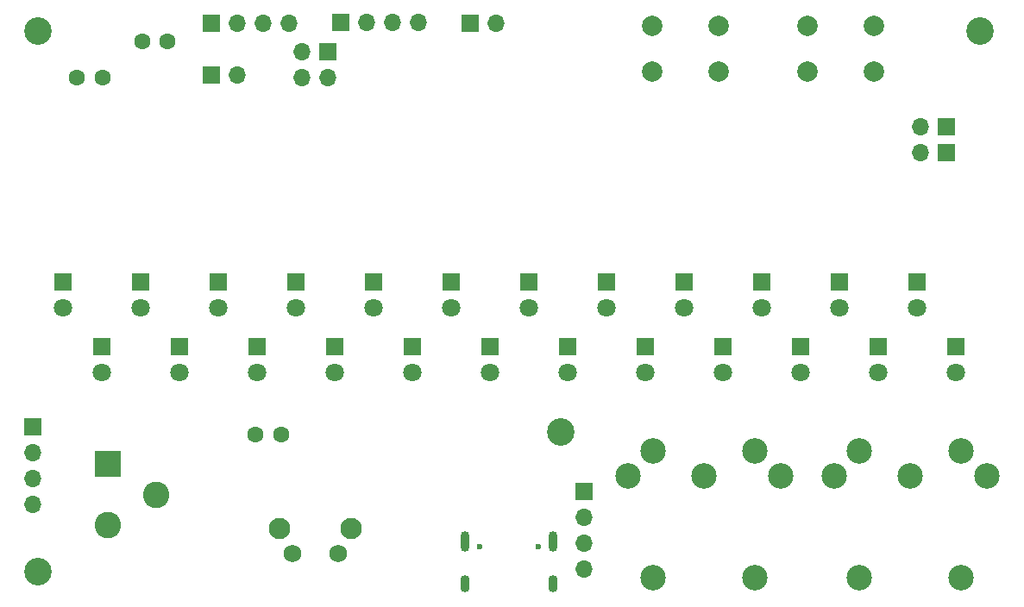
<source format=gbr>
%TF.GenerationSoftware,KiCad,Pcbnew,8.0.4*%
%TF.CreationDate,2024-08-25T15:35:27+02:00*%
%TF.ProjectId,LaserHarp3,4c617365-7248-4617-9270-332e6b696361,rev?*%
%TF.SameCoordinates,Original*%
%TF.FileFunction,Soldermask,Bot*%
%TF.FilePolarity,Negative*%
%FSLAX46Y46*%
G04 Gerber Fmt 4.6, Leading zero omitted, Abs format (unit mm)*
G04 Created by KiCad (PCBNEW 8.0.4) date 2024-08-25 15:35:27*
%MOMM*%
%LPD*%
G01*
G04 APERTURE LIST*
%ADD10R,1.700000X1.700000*%
%ADD11O,1.700000X1.700000*%
%ADD12C,2.700000*%
%ADD13R,1.800000X1.800000*%
%ADD14C,1.800000*%
%ADD15C,2.000000*%
%ADD16C,2.100000*%
%ADD17C,1.750000*%
%ADD18R,2.600000X2.600000*%
%ADD19C,2.600000*%
%ADD20C,1.600000*%
%ADD21C,0.600000*%
%ADD22O,0.900000X2.000000*%
%ADD23O,0.900000X1.700000*%
%ADD24C,2.500000*%
G04 APERTURE END LIST*
D10*
%TO.C,J11*%
X109225000Y-66289000D03*
D11*
X109225000Y-68829000D03*
X106685000Y-66289000D03*
X106685000Y-68829000D03*
%TD*%
%TO.C,J6*%
X100330000Y-68580000D03*
D10*
X97790000Y-68580000D03*
%TD*%
D12*
%TO.C,H3*%
X80772000Y-117348000D03*
%TD*%
D13*
%TO.C,LD6*%
X102235000Y-95250000D03*
D14*
X102235000Y-97790000D03*
%TD*%
D10*
%TO.C,J9*%
X110490000Y-63490000D03*
D11*
X113030000Y-63490000D03*
X115570000Y-63490000D03*
X118110000Y-63490000D03*
%TD*%
D15*
%TO.C,SW2*%
X147522000Y-68290000D03*
X141022000Y-68290000D03*
X147522000Y-63790000D03*
X141022000Y-63790000D03*
%TD*%
D13*
%TO.C,LD15*%
X136525000Y-88900000D03*
D14*
X136525000Y-91440000D03*
%TD*%
D16*
%TO.C,SW1*%
X111475000Y-113113500D03*
X104465000Y-113113500D03*
D17*
X110225000Y-115603500D03*
X105725000Y-115603500D03*
%TD*%
D18*
%TO.C,J2*%
X87642000Y-106830000D03*
D19*
X87642000Y-112830000D03*
X92342000Y-109830000D03*
%TD*%
D15*
%TO.C,SW3*%
X156262000Y-63790000D03*
X162762000Y-63790000D03*
X156262000Y-68290000D03*
X162762000Y-68290000D03*
%TD*%
D13*
%TO.C,LD22*%
X163195000Y-95250000D03*
D14*
X163195000Y-97790000D03*
%TD*%
D10*
%TO.C,J10*%
X134366000Y-109484000D03*
D11*
X134366000Y-112024000D03*
X134366000Y-114564000D03*
X134366000Y-117104000D03*
%TD*%
D13*
%TO.C,LD16*%
X140335000Y-95250000D03*
D14*
X140335000Y-97790000D03*
%TD*%
D13*
%TO.C,LD12*%
X125095000Y-95250000D03*
D14*
X125095000Y-97790000D03*
%TD*%
D10*
%TO.C,J8*%
X97800000Y-63500000D03*
D11*
X100340000Y-63500000D03*
X102880000Y-63500000D03*
X105420000Y-63500000D03*
%TD*%
D13*
%TO.C,LD3*%
X90805000Y-88900000D03*
D14*
X90805000Y-91440000D03*
%TD*%
D13*
%TO.C,LD8*%
X109855000Y-95250000D03*
D14*
X109855000Y-97790000D03*
%TD*%
D13*
%TO.C,LD13*%
X128905000Y-88900000D03*
D14*
X128905000Y-91440000D03*
%TD*%
D20*
%TO.C,C3*%
X102108000Y-103886000D03*
X104608000Y-103886000D03*
%TD*%
D13*
%TO.C,LD23*%
X167005000Y-88900000D03*
D14*
X167005000Y-91440000D03*
%TD*%
D10*
%TO.C,J7*%
X123190000Y-63500000D03*
D11*
X125730000Y-63500000D03*
%TD*%
D12*
%TO.C,H2*%
X80772000Y-64262000D03*
%TD*%
%TO.C,H1*%
X173228000Y-64262000D03*
%TD*%
D21*
%TO.C,J1*%
X124110000Y-114896000D03*
X129890000Y-114896000D03*
D22*
X122680000Y-114416000D03*
D23*
X122680000Y-118586000D03*
D22*
X131320000Y-114416000D03*
D23*
X131320000Y-118586000D03*
%TD*%
D13*
%TO.C,LD19*%
X151765000Y-88900000D03*
D14*
X151765000Y-91440000D03*
%TD*%
D13*
%TO.C,LD24*%
X170815000Y-95250000D03*
D14*
X170815000Y-97790000D03*
%TD*%
D24*
%TO.C,J4*%
X153628740Y-107998000D03*
X146128740Y-107998000D03*
X138628740Y-107998000D03*
X151128740Y-105498000D03*
X141128740Y-105498000D03*
X141128740Y-117998000D03*
X151128740Y-117998000D03*
%TD*%
D13*
%TO.C,LD4*%
X94615000Y-95250000D03*
D14*
X94615000Y-97790000D03*
%TD*%
D13*
%TO.C,LD7*%
X106045000Y-88900000D03*
D14*
X106045000Y-91440000D03*
%TD*%
D13*
%TO.C,LD18*%
X147955000Y-95250000D03*
D14*
X147955000Y-97790000D03*
%TD*%
D13*
%TO.C,LD21*%
X159385000Y-88900000D03*
D14*
X159385000Y-91440000D03*
%TD*%
D10*
%TO.C,JP3*%
X169926000Y-76200000D03*
D11*
X167386000Y-76200000D03*
%TD*%
D13*
%TO.C,LD1*%
X83185000Y-88900000D03*
D14*
X83185000Y-91440000D03*
%TD*%
D24*
%TO.C,J5*%
X173870000Y-107998000D03*
X166370000Y-107998000D03*
X158870000Y-107998000D03*
X171370000Y-105498000D03*
X161370000Y-105498000D03*
X161370000Y-117998000D03*
X171370000Y-117998000D03*
%TD*%
D13*
%TO.C,LD20*%
X155575000Y-95250000D03*
D14*
X155575000Y-97790000D03*
%TD*%
D13*
%TO.C,LD10*%
X117475000Y-95250000D03*
D14*
X117475000Y-97790000D03*
%TD*%
D13*
%TO.C,LD11*%
X121285000Y-88900000D03*
D14*
X121285000Y-91440000D03*
%TD*%
D10*
%TO.C,J3*%
X80264000Y-103124000D03*
D11*
X80264000Y-105664000D03*
X80264000Y-108204000D03*
X80264000Y-110744000D03*
%TD*%
D12*
%TO.C,H4*%
X132080000Y-103632000D03*
%TD*%
D13*
%TO.C,LD9*%
X113665000Y-88900000D03*
D14*
X113665000Y-91440000D03*
%TD*%
D13*
%TO.C,LD5*%
X98425000Y-88900000D03*
D14*
X98425000Y-91440000D03*
%TD*%
D20*
%TO.C,C2*%
X93472000Y-65278000D03*
X90972000Y-65278000D03*
%TD*%
D13*
%TO.C,LD17*%
X144145000Y-88900000D03*
D14*
X144145000Y-91440000D03*
%TD*%
D13*
%TO.C,LD14*%
X132715000Y-95250000D03*
D14*
X132715000Y-97790000D03*
%TD*%
D10*
%TO.C,JP4*%
X169926000Y-73660000D03*
D11*
X167386000Y-73660000D03*
%TD*%
D20*
%TO.C,C1*%
X84582000Y-68834000D03*
X87082000Y-68834000D03*
%TD*%
D13*
%TO.C,LD2*%
X86995000Y-95250000D03*
D14*
X86995000Y-97790000D03*
%TD*%
M02*

</source>
